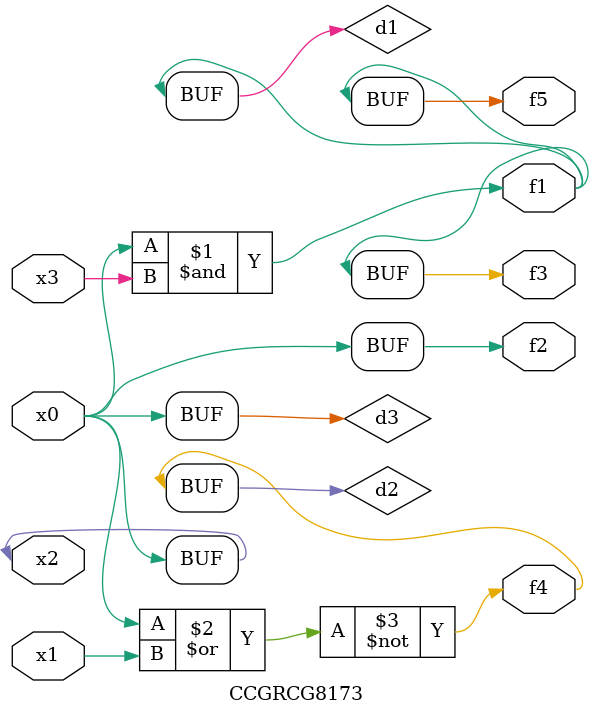
<source format=v>
module CCGRCG8173(
	input x0, x1, x2, x3,
	output f1, f2, f3, f4, f5
);

	wire d1, d2, d3;

	and (d1, x2, x3);
	nor (d2, x0, x1);
	buf (d3, x0, x2);
	assign f1 = d1;
	assign f2 = d3;
	assign f3 = d1;
	assign f4 = d2;
	assign f5 = d1;
endmodule

</source>
